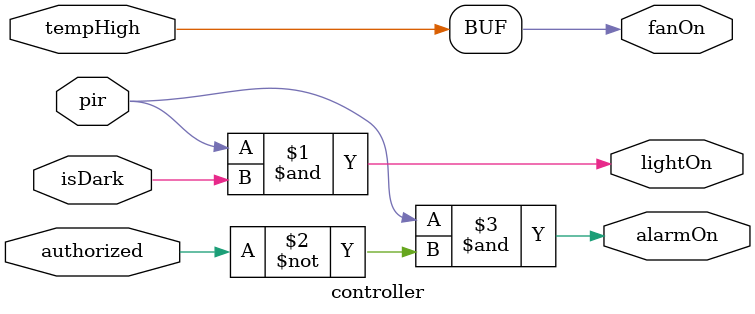
<source format=v>

module controller(
  input wire pir,
  input wire isDark,
  input wire tempHigh,
  input wire authorized,
  output wire lightOn,
  output wire fanOn,
  output wire alarmOn
);
  // Light = PIR AND Dark
  assign lightOn = pir & isDark;

  // Fan = TempHigh
  assign fanOn = tempHigh;

  // Alarm = PIR AND NOT(Authorized)
  assign alarmOn = pir & ~authorized;
endmodule

</source>
